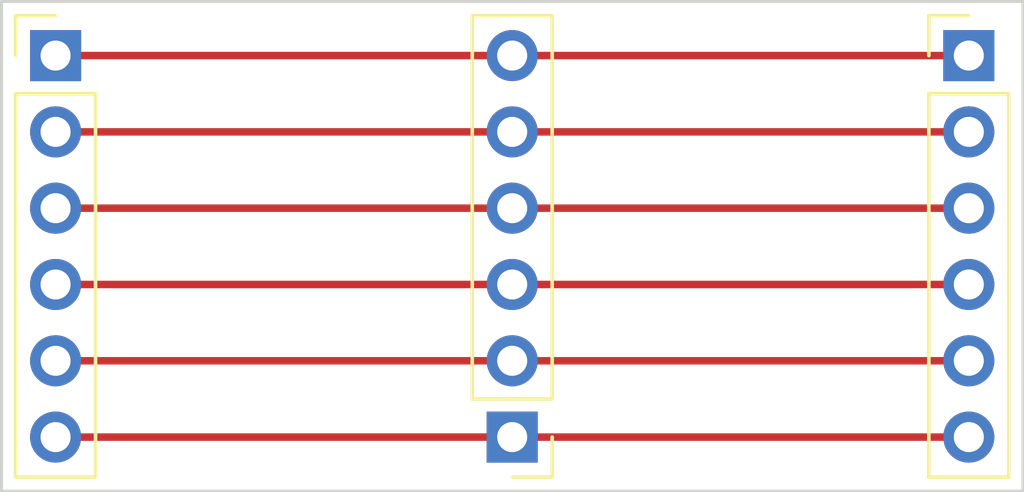
<source format=kicad_pcb>
(kicad_pcb (version 20240108) (generator "pcbnew") (generator_version "8.0")
  (layers (0 "F.Cu" signal) (31 "B.Cu" signal) (34 "B.Paste" user) (35 "F.Paste" user) (36 "B.SilkS" user "B.Silkscreen") (37 "F.SilkS" user "F.Silkscreen") (38 "B.Mask" user) (39 "F.Mask" user) (44 "Edge.Cuts" user))
  (net 0 "")
  (net 1 "Net-(J1-Pin_6)")
  (net 2 "Net-(J1-Pin_4)")
  (net 3 "Net-(J1-Pin_3)")
  (net 4 "Net-(J1-Pin_2)")
  (net 5 "Net-(J1-Pin_5)")
  (net 6 "Net-(J1-Pin_1)")
  (footprint "Connector_PinHeader_2.54mm:PinHeader_1x06_P2.54mm_Vertical" (layer "F.Cu") (at 153.85 76.84)
    (property "Reference" "J3" (hide yes))
    (property "Value" "Conn_01x06" (hide yes))
    (fp_line (start -1.33 -1.33) (end 0 -1.33) (stroke (width 0.12)) (layer "F.SilkS"))
    (fp_line (start -1.33 0) (end -1.33 -1.33) (stroke (width 0.12)) (layer "F.SilkS"))
    (fp_line (start -1.33 1.27) (end -1.33 14.03) (stroke (width 0.12)) (layer "F.SilkS"))
    (fp_line (start -1.33 1.27) (end 1.33 1.27) (stroke (width 0.12)) (layer "F.SilkS"))
    (fp_line (start -1.33 14.03) (end 1.33 14.03) (stroke (width 0.12)) (layer "F.SilkS"))
    (fp_line (start 1.33 1.27) (end 1.33 14.03) (stroke (width 0.12)) (layer "F.SilkS"))
    (pad "1" thru_hole rect (at 0 0) (size 1.7 1.7) (drill 1) (layers "*.Cu" "*.Mask") (net 6 "Net-(J1-Pin_1)"))
    (pad "2" thru_hole oval (at 0 2.54) (size 1.7 1.7) (drill 1) (layers "*.Cu" "*.Mask") (net 4 "Net-(J1-Pin_2)"))
    (pad "3" thru_hole oval (at 0 5.08) (size 1.7 1.7) (drill 1) (layers "*.Cu" "*.Mask") (net 3 "Net-(J1-Pin_3)"))
    (pad "4" thru_hole oval (at 0 7.62) (size 1.7 1.7) (drill 1) (layers "*.Cu" "*.Mask") (net 2 "Net-(J1-Pin_4)"))
    (pad "5" thru_hole oval (at 0 10.16) (size 1.7 1.7) (drill 1) (layers "*.Cu" "*.Mask") (net 5 "Net-(J1-Pin_5)"))
    (pad "6" thru_hole oval (at 0 12.7) (size 1.7 1.7) (drill 1) (layers "*.Cu" "*.Mask") (net 1 "Net-(J1-Pin_6)"))
  )
  (footprint "Connector_PinHeader_2.54mm:PinHeader_1x06_P2.54mm_Vertical" (layer "F.Cu") (at 138.65 89.54 180)
    (property "Reference" "J2" (hide yes))
    (property "Value" "Conn_01x06" (hide yes))
    (fp_line (start 1.33 1.27) (end 1.33 14.03) (stroke (width 0.12)) (layer "F.SilkS"))
    (fp_line (start -1.33 14.03) (end 1.33 14.03) (stroke (width 0.12)) (layer "F.SilkS"))
    (fp_line (start -1.33 1.27) (end 1.33 1.27) (stroke (width 0.12)) (layer "F.SilkS"))
    (fp_line (start -1.33 1.27) (end -1.33 14.03) (stroke (width 0.12)) (layer "F.SilkS"))
    (fp_line (start -1.33 0) (end -1.33 -1.33) (stroke (width 0.12)) (layer "F.SilkS"))
    (fp_line (start -1.33 -1.33) (end 0 -1.33) (stroke (width 0.12)) (layer "F.SilkS"))
    (pad "1" thru_hole rect (at 0 0 180) (size 1.7 1.7) (drill 1) (layers "*.Cu" "*.Mask") (net 1 "Net-(J1-Pin_6)"))
    (pad "2" thru_hole oval (at 0 2.54 180) (size 1.7 1.7) (drill 1) (layers "*.Cu" "*.Mask") (net 5 "Net-(J1-Pin_5)"))
    (pad "3" thru_hole oval (at 0 5.08 180) (size 1.7 1.7) (drill 1) (layers "*.Cu" "*.Mask") (net 2 "Net-(J1-Pin_4)"))
    (pad "4" thru_hole oval (at 0 7.62 180) (size 1.7 1.7) (drill 1) (layers "*.Cu" "*.Mask") (net 3 "Net-(J1-Pin_3)"))
    (pad "5" thru_hole oval (at 0 10.16 180) (size 1.7 1.7) (drill 1) (layers "*.Cu" "*.Mask") (net 4 "Net-(J1-Pin_2)"))
    (pad "6" thru_hole oval (at 0 12.7 180) (size 1.7 1.7) (drill 1) (layers "*.Cu" "*.Mask") (net 6 "Net-(J1-Pin_1)"))
  )
  (footprint "Connector_PinHeader_2.54mm:PinHeader_1x06_P2.54mm_Vertical" (layer "F.Cu") (at 123.45 76.84)
    (property "Reference" "J1" (hide yes))
    (property "Value" "Conn_01x06" (hide yes))
    (fp_line (start -1.33 -1.33) (end 0 -1.33) (stroke (width 0.12)) (layer "F.SilkS"))
    (fp_line (start -1.33 0) (end -1.33 -1.33) (stroke (width 0.12)) (layer "F.SilkS"))
    (fp_line (start -1.33 1.27) (end -1.33 14.03) (stroke (width 0.12)) (layer "F.SilkS"))
    (fp_line (start -1.33 1.27) (end 1.33 1.27) (stroke (width 0.12)) (layer "F.SilkS"))
    (fp_line (start -1.33 14.03) (end 1.33 14.03) (stroke (width 0.12)) (layer "F.SilkS"))
    (fp_line (start 1.33 1.27) (end 1.33 14.03) (stroke (width 0.12)) (layer "F.SilkS"))
    (pad "1" thru_hole rect (at 0 0) (size 1.7 1.7) (drill 1) (layers "*.Cu" "*.Mask") (net 6 "Net-(J1-Pin_1)"))
    (pad "2" thru_hole oval (at 0 2.54) (size 1.7 1.7) (drill 1) (layers "*.Cu" "*.Mask") (net 4 "Net-(J1-Pin_2)"))
    (pad "3" thru_hole oval (at 0 5.08) (size 1.7 1.7) (drill 1) (layers "*.Cu" "*.Mask") (net 3 "Net-(J1-Pin_3)"))
    (pad "4" thru_hole oval (at 0 7.62) (size 1.7 1.7) (drill 1) (layers "*.Cu" "*.Mask") (net 2 "Net-(J1-Pin_4)"))
    (pad "5" thru_hole oval (at 0 10.16) (size 1.7 1.7) (drill 1) (layers "*.Cu" "*.Mask") (net 5 "Net-(J1-Pin_5)"))
    (pad "6" thru_hole oval (at 0 12.7) (size 1.7 1.7) (drill 1) (layers "*.Cu" "*.Mask") (net 1 "Net-(J1-Pin_6)"))
  )
  (gr_rect (start 121.65 75.04) (end 155.65 91.34) (stroke (width 0.1)) (fill none) (layer "Edge.Cuts"))
  (segment (start 138.65 89.54) (end 123.45 89.54) (width 0.25) (layer "F.Cu") (net 1))
  (segment (start 138.65 89.54) (end 153.85 89.54) (width 0.25) (layer "F.Cu") (net 1))
  (segment (start 138.65 84.46) (end 123.45 84.46) (width 0.25) (layer "F.Cu") (net 2))
  (segment (start 138.65 84.46) (end 153.85 84.46) (width 0.25) (layer "F.Cu") (net 2))
  (segment (start 153.85 81.92) (end 138.65 81.92) (width 0.25) (layer "F.Cu") (net 3))
  (segment (start 123.45 81.92) (end 138.65 81.92) (width 0.25) (layer "F.Cu") (net 3))
  (segment (start 138.65 79.38) (end 123.45 79.38) (width 0.25) (layer "F.Cu") (net 4))
  (segment (start 138.65 79.38) (end 153.85 79.38) (width 0.25) (layer "F.Cu") (net 4))
  (segment (start 123.45 87) (end 138.65 87) (width 0.25) (layer "F.Cu") (net 5))
  (segment (start 153.85 87) (end 138.65 87) (width 0.25) (layer "F.Cu") (net 5))
  (segment (start 153.85 76.84) (end 138.65 76.84) (width 0.25) (layer "F.Cu") (net 6))
  (segment (start 123.45 76.84) (end 138.65 76.84) (width 0.25) (layer "F.Cu") (net 6))
)
</source>
